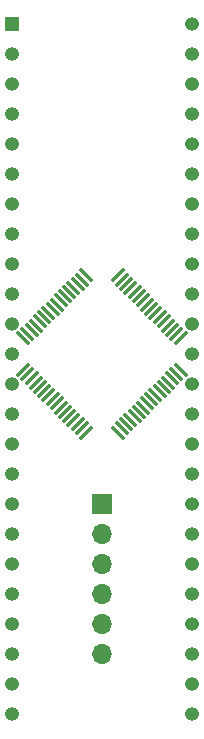
<source format=gbr>
%TF.GenerationSoftware,KiCad,Pcbnew,(6.0.0)*%
%TF.CreationDate,2022-01-16T15:55:41+01:00*%
%TF.ProjectId,Bluster,426c7573-7465-4722-9e6b-696361645f70,rev?*%
%TF.SameCoordinates,Original*%
%TF.FileFunction,Soldermask,Top*%
%TF.FilePolarity,Negative*%
%FSLAX46Y46*%
G04 Gerber Fmt 4.6, Leading zero omitted, Abs format (unit mm)*
G04 Created by KiCad (PCBNEW (6.0.0)) date 2022-01-16 15:55:41*
%MOMM*%
%LPD*%
G01*
G04 APERTURE LIST*
G04 Aperture macros list*
%AMRoundRect*
0 Rectangle with rounded corners*
0 $1 Rounding radius*
0 $2 $3 $4 $5 $6 $7 $8 $9 X,Y pos of 4 corners*
0 Add a 4 corners polygon primitive as box body*
4,1,4,$2,$3,$4,$5,$6,$7,$8,$9,$2,$3,0*
0 Add four circle primitives for the rounded corners*
1,1,$1+$1,$2,$3*
1,1,$1+$1,$4,$5*
1,1,$1+$1,$6,$7*
1,1,$1+$1,$8,$9*
0 Add four rect primitives between the rounded corners*
20,1,$1+$1,$2,$3,$4,$5,0*
20,1,$1+$1,$4,$5,$6,$7,0*
20,1,$1+$1,$6,$7,$8,$9,0*
20,1,$1+$1,$8,$9,$2,$3,0*%
G04 Aperture macros list end*
%ADD10R,1.200000X1.200000*%
%ADD11O,1.200000X1.200000*%
%ADD12RoundRect,0.075000X-0.521491X0.415425X0.415425X-0.521491X0.521491X-0.415425X-0.415425X0.521491X0*%
%ADD13RoundRect,0.075000X-0.521491X-0.415425X-0.415425X-0.521491X0.521491X0.415425X0.415425X0.521491X0*%
%ADD14R,1.700000X1.700000*%
%ADD15O,1.700000X1.700000*%
G04 APERTURE END LIST*
D10*
%TO.C,J1*%
X161280000Y-39570000D03*
D11*
X161280000Y-42110000D03*
X161280000Y-44650000D03*
X161280000Y-47190000D03*
X161280000Y-49730000D03*
X161280000Y-52270000D03*
X161280000Y-54810000D03*
X161280000Y-57350000D03*
X161280000Y-59890000D03*
X161280000Y-62430000D03*
X161280000Y-64970000D03*
X161280000Y-67510000D03*
X161280000Y-70050000D03*
X161280000Y-72590000D03*
X161280000Y-75130000D03*
X161280000Y-77670000D03*
X161280000Y-80210000D03*
X161280000Y-82750000D03*
X161280000Y-85290000D03*
X161280000Y-87830000D03*
X161280000Y-90370000D03*
X161280000Y-92910000D03*
X161280000Y-95450000D03*
X161280000Y-97990000D03*
X176520000Y-97990000D03*
X176520000Y-95450000D03*
X176520000Y-92910000D03*
X176520000Y-90370000D03*
X176520000Y-87830000D03*
X176520000Y-85290000D03*
X176520000Y-82750000D03*
X176520000Y-80210000D03*
X176520000Y-77670000D03*
X176520000Y-75130000D03*
X176520000Y-72590000D03*
X176520000Y-70050000D03*
X176520000Y-67510000D03*
X176520000Y-64970000D03*
X176520000Y-62430000D03*
X176520000Y-59890000D03*
X176520000Y-57350000D03*
X176520000Y-54810000D03*
X176520000Y-52270000D03*
X176520000Y-49730000D03*
X176520000Y-47190000D03*
X176520000Y-44650000D03*
X176520000Y-42110000D03*
X176520000Y-39570000D03*
%TD*%
D12*
%TO.C,U1*%
X167544958Y-60832157D03*
X167191405Y-61185711D03*
X166837851Y-61539264D03*
X166484298Y-61892818D03*
X166130745Y-62246371D03*
X165777191Y-62599924D03*
X165423638Y-62953478D03*
X165070085Y-63307031D03*
X164716531Y-63660585D03*
X164362978Y-64014138D03*
X164009424Y-64367691D03*
X163655871Y-64721245D03*
X163302318Y-65074798D03*
X162948764Y-65428351D03*
X162595211Y-65781905D03*
X162241657Y-66135458D03*
D13*
X162241657Y-68840142D03*
X162595211Y-69193695D03*
X162948764Y-69547249D03*
X163302318Y-69900802D03*
X163655871Y-70254355D03*
X164009424Y-70607909D03*
X164362978Y-70961462D03*
X164716531Y-71315015D03*
X165070085Y-71668569D03*
X165423638Y-72022122D03*
X165777191Y-72375676D03*
X166130745Y-72729229D03*
X166484298Y-73082782D03*
X166837851Y-73436336D03*
X167191405Y-73789889D03*
X167544958Y-74143443D03*
D12*
X170249642Y-74143443D03*
X170603195Y-73789889D03*
X170956749Y-73436336D03*
X171310302Y-73082782D03*
X171663855Y-72729229D03*
X172017409Y-72375676D03*
X172370962Y-72022122D03*
X172724515Y-71668569D03*
X173078069Y-71315015D03*
X173431622Y-70961462D03*
X173785176Y-70607909D03*
X174138729Y-70254355D03*
X174492282Y-69900802D03*
X174845836Y-69547249D03*
X175199389Y-69193695D03*
X175552943Y-68840142D03*
D13*
X175552943Y-66135458D03*
X175199389Y-65781905D03*
X174845836Y-65428351D03*
X174492282Y-65074798D03*
X174138729Y-64721245D03*
X173785176Y-64367691D03*
X173431622Y-64014138D03*
X173078069Y-63660585D03*
X172724515Y-63307031D03*
X172370962Y-62953478D03*
X172017409Y-62599924D03*
X171663855Y-62246371D03*
X171310302Y-61892818D03*
X170956749Y-61539264D03*
X170603195Y-61185711D03*
X170249642Y-60832157D03*
%TD*%
D14*
%TO.C,J2*%
X168941958Y-80210000D03*
D15*
X168941958Y-82750000D03*
X168941958Y-85290000D03*
X168941958Y-87830000D03*
X168941958Y-90370000D03*
X168941958Y-92910000D03*
%TD*%
M02*

</source>
